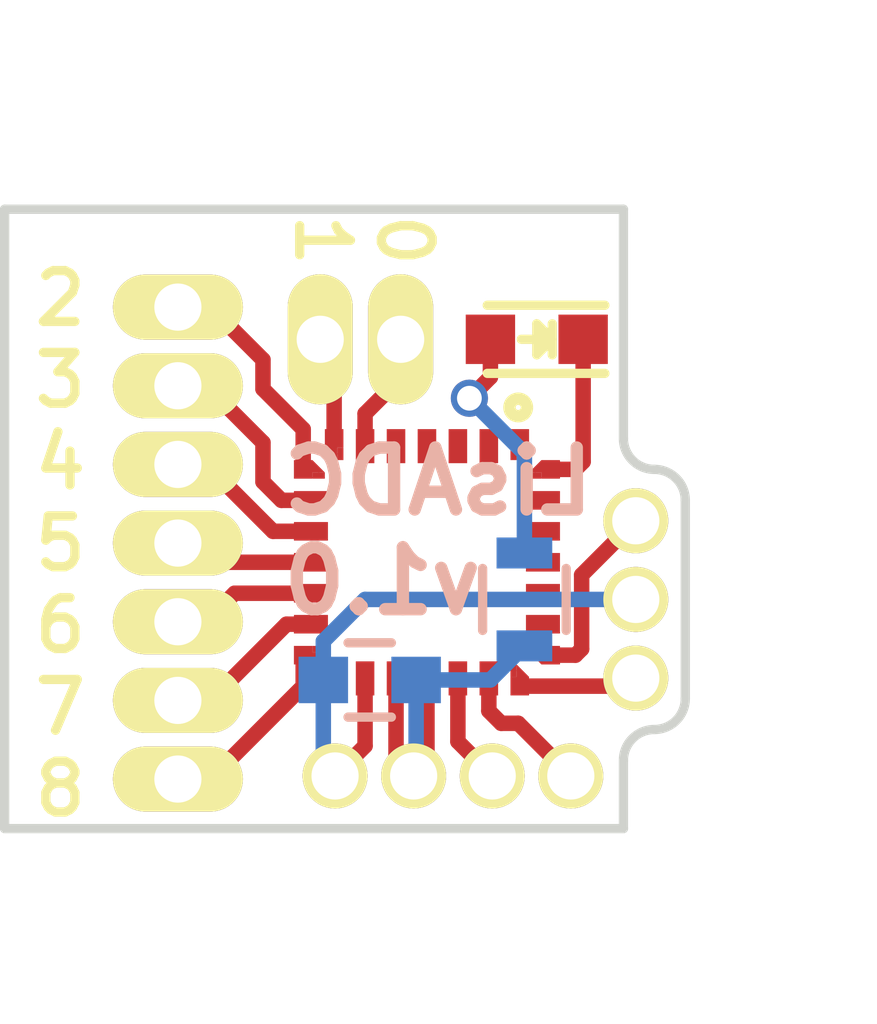
<source format=kicad_pcb>
(kicad_pcb (version 4) (host pcbnew 4.0.1-3.201512140935+6195~38~ubuntu14.04.1-stable)

  (general
    (links 38)
    (no_connects 0)
    (area 107.924999 54.952379 125.575 75.332143)
    (thickness 0.8)
    (drawings 16)
    (tracks 93)
    (zones 0)
    (modules 9)
    (nets 29)
  )

  (page A4)
  (layers
    (0 F.Cu signal)
    (31 B.Cu signal)
    (32 B.Adhes user)
    (33 F.Adhes user)
    (34 B.Paste user)
    (35 F.Paste user)
    (36 B.SilkS user)
    (37 F.SilkS user)
    (38 B.Mask user)
    (39 F.Mask user)
    (40 Dwgs.User user)
    (41 Cmts.User user)
    (42 Eco1.User user)
    (43 Eco2.User user)
    (44 Edge.Cuts user)
    (45 Margin user)
    (46 B.CrtYd user)
    (47 F.CrtYd user)
    (48 B.Fab user)
    (49 F.Fab user)
  )

  (setup
    (last_trace_width 0.25)
    (trace_clearance 0.2)
    (zone_clearance 0.508)
    (zone_45_only no)
    (trace_min 0.01)
    (segment_width 0.2)
    (edge_width 0.15)
    (via_size 0.6)
    (via_drill 0.4)
    (via_min_size 0.4)
    (via_min_drill 0.3)
    (uvia_size 0.3)
    (uvia_drill 0.1)
    (uvias_allowed no)
    (uvia_min_size 0.2)
    (uvia_min_drill 0.1)
    (pcb_text_width 0.3)
    (pcb_text_size 1.5 1.5)
    (mod_edge_width 0.15)
    (mod_text_size 1 1)
    (mod_text_width 0.15)
    (pad_size 1.524 1.524)
    (pad_drill 0.762)
    (pad_to_mask_clearance 0.2)
    (aux_axis_origin 0 0)
    (grid_origin 108 62)
    (visible_elements FFFEFF7F)
    (pcbplotparams
      (layerselection 0x00030_80000001)
      (usegerberextensions false)
      (excludeedgelayer true)
      (linewidth 0.100000)
      (plotframeref false)
      (viasonmask false)
      (mode 1)
      (useauxorigin false)
      (hpglpennumber 1)
      (hpglpenspeed 20)
      (hpglpendiameter 15)
      (hpglpenoverlay 2)
      (psnegative false)
      (psa4output false)
      (plotreference true)
      (plotvalue true)
      (plotinvisibletext false)
      (padsonsilk false)
      (subtractmaskfromsilk false)
      (outputformat 1)
      (mirror false)
      (drillshape 1)
      (scaleselection 1)
      (outputdirectory ""))
  )

  (net 0 "")
  (net 1 VCC)
  (net 2 GND)
  (net 3 /ADC5)
  (net 4 /ADC4)
  (net 5 /ADC6)
  (net 6 /ADC1)
  (net 7 /ADC3)
  (net 8 /ADC7)
  (net 9 /ACD0)
  (net 10 /ADC2)
  (net 11 /ADC8)
  (net 12 /SWDCLK)
  (net 13 /SWDIO)
  (net 14 /UART_RX)
  (net 15 /UART_TX)
  (net 16 "Net-(U1-Pad2)")
  (net 17 "Net-(U1-Pad3)")
  (net 18 "Net-(U1-Pad4)")
  (net 19 "Net-(U1-Pad5)")
  (net 20 "Net-(U1-Pad1)")
  (net 21 "Net-(U1-Pad15)")
  (net 22 "Net-(U1-Pad23)")
  (net 23 "Net-(U1-Pad24)")
  (net 24 "Net-(U1-Pad25)")
  (net 25 "Net-(U1-Pad26)")
  (net 26 "Net-(U1-Pad27)")
  (net 27 "Net-(D1-Pad2)")
  (net 28 "Net-(D1-Pad1)")

  (net_class Default "This is the default net class."
    (clearance 0.2)
    (trace_width 0.25)
    (via_dia 0.6)
    (via_drill 0.4)
    (uvia_dia 0.3)
    (uvia_drill 0.1)
    (add_net /ACD0)
    (add_net /ADC1)
    (add_net /ADC2)
    (add_net /ADC3)
    (add_net /ADC4)
    (add_net /ADC5)
    (add_net /ADC6)
    (add_net /ADC7)
    (add_net /ADC8)
    (add_net /SWDCLK)
    (add_net /SWDIO)
    (add_net /UART_RX)
    (add_net /UART_TX)
    (add_net GND)
    (add_net "Net-(D1-Pad1)")
    (add_net "Net-(D1-Pad2)")
    (add_net "Net-(U1-Pad1)")
    (add_net "Net-(U1-Pad15)")
    (add_net "Net-(U1-Pad2)")
    (add_net "Net-(U1-Pad23)")
    (add_net "Net-(U1-Pad24)")
    (add_net "Net-(U1-Pad25)")
    (add_net "Net-(U1-Pad26)")
    (add_net "Net-(U1-Pad27)")
    (add_net "Net-(U1-Pad3)")
    (add_net "Net-(U1-Pad4)")
    (add_net "Net-(U1-Pad5)")
    (add_net VCC)
  )

  (module Capacitors_SMD:C_0603 (layer B.Cu) (tedit 5670366B) (tstamp 56702E70)
    (at 113.9 69.6 180)
    (descr "Capacitor SMD 0603, reflow soldering, AVX (see smccp.pdf)")
    (tags "capacitor 0603")
    (path /56702D0C)
    (attr smd)
    (fp_text reference C1 (at 0 1.9 180) (layer B.SilkS) hide
      (effects (font (size 1 1) (thickness 0.15)) (justify mirror))
    )
    (fp_text value 0.1u (at 0 -1.9 180) (layer B.Fab)
      (effects (font (size 1 1) (thickness 0.15)) (justify mirror))
    )
    (fp_line (start -1.45 0.75) (end 1.45 0.75) (layer B.CrtYd) (width 0.05))
    (fp_line (start -1.45 -0.75) (end 1.45 -0.75) (layer B.CrtYd) (width 0.05))
    (fp_line (start -1.45 0.75) (end -1.45 -0.75) (layer B.CrtYd) (width 0.05))
    (fp_line (start 1.45 0.75) (end 1.45 -0.75) (layer B.CrtYd) (width 0.05))
    (fp_line (start -0.35 0.6) (end 0.35 0.6) (layer B.SilkS) (width 0.15))
    (fp_line (start 0.35 -0.6) (end -0.35 -0.6) (layer B.SilkS) (width 0.15))
    (pad 1 smd rect (at -0.75 0 180) (size 0.8 0.75) (layers B.Cu B.Paste B.Mask)
      (net 1 VCC))
    (pad 2 smd rect (at 0.75 0 180) (size 0.8 0.75) (layers B.Cu B.Paste B.Mask)
      (net 2 GND))
    (model Capacitors_SMD.3dshapes/C_0603.wrl
      (at (xyz 0 0 0))
      (scale (xyz 1 1 1))
      (rotate (xyz 0 0 0))
    )
  )

  (module LisADC_footprints:4x1_1.27mm (layer F.Cu) (tedit 56703607) (tstamp 56702EAC)
    (at 117.15 71.15)
    (path /567013F9)
    (fp_text reference P11 (at 0.05 2.85) (layer F.SilkS) hide
      (effects (font (size 1 1) (thickness 0.15)))
    )
    (fp_text value CONN_01X04 (at 0 2.54) (layer F.Fab)
      (effects (font (size 1 1) (thickness 0.15)))
    )
    (pad 1 thru_hole circle (at 0 0) (size 1.05 1.05) (drill 0.762) (layers *.Cu *.Mask F.SilkS)
      (net 14 /UART_RX))
    (pad 2 thru_hole circle (at -1.27 0) (size 1.05 1.05) (drill 0.762) (layers *.Cu *.Mask F.SilkS)
      (net 15 /UART_TX))
    (pad 3 thru_hole circle (at -2.54 0) (size 1.05 1.05) (drill 0.762) (layers *.Cu *.Mask F.SilkS)
      (net 1 VCC))
    (pad 4 thru_hole circle (at -3.81 0) (size 1.05 1.05) (drill 0.762) (layers *.Cu *.Mask F.SilkS)
      (net 2 GND))
  )

  (module LisADC_footprints:UFQFPN28 (layer F.Cu) (tedit 5670360A) (tstamp 56703276)
    (at 114.825 67.7 270)
    (path /566FF30B)
    (fp_text reference U1 (at 0 -3.975 270) (layer F.SilkS) hide
      (effects (font (size 1 1) (thickness 0.15)))
    )
    (fp_text value STM32F042x-28pin (at 0 -5.625 270) (layer F.Fab)
      (effects (font (size 1 1) (thickness 0.15)))
    )
    (pad 2 smd rect (at -1.875 -1 270) (size 0.55 0.3) (layers F.Cu F.Paste F.Mask)
      (net 16 "Net-(U1-Pad2)"))
    (pad 3 smd rect (at -1.875 -0.5 270) (size 0.55 0.3) (layers F.Cu F.Paste F.Mask)
      (net 17 "Net-(U1-Pad3)"))
    (pad 4 smd rect (at -1.875 0 270) (size 0.55 0.3) (layers F.Cu F.Paste F.Mask)
      (net 18 "Net-(U1-Pad4)"))
    (pad 5 smd rect (at -1.875 0.5 270) (size 0.55 0.3) (layers F.Cu F.Paste F.Mask)
      (net 19 "Net-(U1-Pad5)"))
    (pad 6 smd rect (at -1.875 1 270) (size 0.55 0.3) (layers F.Cu F.Paste F.Mask)
      (net 9 /ACD0))
    (pad 7 smd rect (at -2 1.5) (size 0.3 0.3) (layers F.Cu F.Paste F.Mask)
      (net 6 /ADC1))
    (pad 7 smd trapezoid (at -1.85 1.55 180) (size 0.2 0.2) (rect_delta 0.19999 0 ) (layers F.Cu F.Paste F.Mask)
      (net 6 /ADC1) (solder_mask_margin 0.1))
    (pad 7 smd rect (at -1.75 1.4 270) (size 0.2 0.1) (layers F.Cu F.Paste F.Mask)
      (net 6 /ADC1))
    (pad 14 smd rect (at 1.5 2 90) (size 0.3 0.3) (layers F.Cu F.Paste F.Mask)
      (net 11 /ADC8))
    (pad 14 smd rect (at 1.4 1.75) (size 0.2 0.1) (layers F.Cu F.Paste F.Mask)
      (net 11 /ADC8))
    (pad 14 smd trapezoid (at 1.55 1.85 270) (size 0.2 0.2) (rect_delta 0.19999 0 ) (layers F.Cu F.Paste F.Mask)
      (net 11 /ADC8) (solder_mask_margin 0.1))
    (pad 8 smd rect (at -1.4 1.75) (size 0.2 0.1) (layers F.Cu F.Paste F.Mask)
      (net 10 /ADC2))
    (pad 8 smd trapezoid (at -1.55 1.85 90) (size 0.2 0.2) (rect_delta 0.19999 0 ) (layers F.Cu F.Paste F.Mask)
      (net 10 /ADC2) (solder_mask_margin 0.1))
    (pad 8 smd rect (at -1.5 2 90) (size 0.3 0.3) (layers F.Cu F.Paste F.Mask)
      (net 10 /ADC2))
    (pad 9 smd rect (at -1 1.875) (size 0.55 0.3) (layers F.Cu F.Paste F.Mask)
      (net 7 /ADC3))
    (pad 10 smd rect (at -0.5 1.875) (size 0.55 0.3) (layers F.Cu F.Paste F.Mask)
      (net 4 /ADC4))
    (pad 11 smd rect (at 0 1.875) (size 0.55 0.3) (layers F.Cu F.Paste F.Mask)
      (net 3 /ADC5))
    (pad 12 smd rect (at 0.5 1.875) (size 0.55 0.3) (layers F.Cu F.Paste F.Mask)
      (net 5 /ADC6))
    (pad 13 smd rect (at 1 1.875) (size 0.55 0.3) (layers F.Cu F.Paste F.Mask)
      (net 8 /ADC7))
    (pad 1 smd trapezoid (at -1.85 -1.55) (size 0.2 0.2) (rect_delta 0.19999 0 ) (layers F.Cu F.Paste F.Mask)
      (net 20 "Net-(U1-Pad1)") (solder_mask_margin 0.1))
    (pad 1 smd rect (at -2 -1.5) (size 0.3 0.3) (layers F.Cu F.Paste F.Mask)
      (net 20 "Net-(U1-Pad1)"))
    (pad 1 smd rect (at -1.75 -1.4 270) (size 0.2 0.1) (layers F.Cu F.Paste F.Mask)
      (net 20 "Net-(U1-Pad1)"))
    (pad 21 smd rect (at 2 -1.5 180) (size 0.3 0.3) (layers F.Cu F.Paste F.Mask)
      (net 13 /SWDIO))
    (pad 21 smd trapezoid (at 1.85 -1.55) (size 0.2 0.2) (rect_delta 0.19999 0 ) (layers F.Cu F.Paste F.Mask)
      (net 13 /SWDIO) (solder_mask_margin 0.1))
    (pad 21 smd rect (at 1.75 -1.4 90) (size 0.2 0.1) (layers F.Cu F.Paste F.Mask)
      (net 13 /SWDIO))
    (pad 15 smd trapezoid (at 1.85 1.55 180) (size 0.2 0.2) (rect_delta 0.19999 0 ) (layers F.Cu F.Paste F.Mask)
      (net 21 "Net-(U1-Pad15)") (solder_mask_margin 0.1))
    (pad 15 smd rect (at 1.75 1.4 90) (size 0.2 0.1) (layers F.Cu F.Paste F.Mask)
      (net 21 "Net-(U1-Pad15)"))
    (pad 15 smd rect (at 2 1.5 180) (size 0.3 0.3) (layers F.Cu F.Paste F.Mask)
      (net 21 "Net-(U1-Pad15)"))
    (pad 28 smd rect (at -1.4 -1.75 180) (size 0.2 0.1) (layers F.Cu F.Paste F.Mask)
      (net 28 "Net-(D1-Pad1)"))
    (pad 28 smd trapezoid (at -1.55 -1.85 90) (size 0.2 0.2) (rect_delta 0.19999 0 ) (layers F.Cu F.Paste F.Mask)
      (net 28 "Net-(D1-Pad1)") (solder_mask_margin 0.1))
    (pad 28 smd rect (at -1.5 -2 270) (size 0.3 0.3) (layers F.Cu F.Paste F.Mask)
      (net 28 "Net-(D1-Pad1)"))
    (pad 22 smd rect (at 1.5 -2 270) (size 0.3 0.3) (layers F.Cu F.Paste F.Mask)
      (net 12 /SWDCLK))
    (pad 22 smd rect (at 1.4 -1.75 180) (size 0.2 0.1) (layers F.Cu F.Paste F.Mask)
      (net 12 /SWDCLK))
    (pad 22 smd trapezoid (at 1.55 -1.85 270) (size 0.2 0.2) (rect_delta 0.19999 0 ) (layers F.Cu F.Paste F.Mask)
      (net 12 /SWDCLK) (solder_mask_margin 0.1))
    (pad 16 smd rect (at 1.875 1 90) (size 0.55 0.3) (layers F.Cu F.Paste F.Mask)
      (net 2 GND))
    (pad 17 smd rect (at 1.875 0.5 90) (size 0.55 0.3) (layers F.Cu F.Paste F.Mask)
      (net 1 VCC))
    (pad 18 smd rect (at 1.875 0 90) (size 0.55 0.3) (layers F.Cu F.Paste F.Mask)
      (net 1 VCC))
    (pad 19 smd rect (at 1.875 -0.5 90) (size 0.55 0.3) (layers F.Cu F.Paste F.Mask)
      (net 15 /UART_TX))
    (pad 20 smd rect (at 1.875 -1 90) (size 0.55 0.3) (layers F.Cu F.Paste F.Mask)
      (net 14 /UART_RX))
    (pad 23 smd rect (at 1 -1.875 180) (size 0.55 0.3) (layers F.Cu F.Paste F.Mask)
      (net 22 "Net-(U1-Pad23)"))
    (pad 24 smd rect (at 0.5 -1.875 180) (size 0.55 0.3) (layers F.Cu F.Paste F.Mask)
      (net 23 "Net-(U1-Pad24)"))
    (pad 25 smd rect (at 0 -1.875 180) (size 0.55 0.3) (layers F.Cu F.Paste F.Mask)
      (net 24 "Net-(U1-Pad25)"))
    (pad 26 smd rect (at -0.5 -1.875 180) (size 0.55 0.3) (layers F.Cu F.Paste F.Mask)
      (net 25 "Net-(U1-Pad26)"))
    (pad 27 smd rect (at -1 -1.875 180) (size 0.55 0.3) (layers F.Cu F.Paste F.Mask)
      (net 26 "Net-(U1-Pad27)"))
    (model Housings_DFN_QFN.3dshapes/QFN-28-1EP_4x4mm_Pitch0.4mm.wrl
      (at (xyz 0 0 0))
      (scale (xyz 1 1 1))
      (rotate (xyz 0 0 0))
    )
  )

  (module LisADC_footprints:7x1_1.27mm (layer F.Cu) (tedit 5670360D) (tstamp 567038C4)
    (at 110.8 63.58 90)
    (path /56705806)
    (fp_text reference P1 (at 0 6.35 90) (layer F.SilkS) hide
      (effects (font (size 1 1) (thickness 0.15)))
    )
    (fp_text value CONN_01X07 (at 0 2.54 90) (layer F.Fab)
      (effects (font (size 1 1) (thickness 0.15)))
    )
    (pad 1 thru_hole oval (at 0 0 90) (size 1.05 2.1) (drill 0.762) (layers *.Cu *.Mask F.SilkS)
      (net 10 /ADC2))
    (pad 2 thru_hole oval (at -1.27 0 90) (size 1.05 2.1) (drill 0.762) (layers *.Cu *.Mask F.SilkS)
      (net 7 /ADC3))
    (pad 3 thru_hole oval (at -2.54 0 90) (size 1.05 2.1) (drill 0.762) (layers *.Cu *.Mask F.SilkS)
      (net 4 /ADC4))
    (pad 4 thru_hole oval (at -3.81 0 90) (size 1.05 2.1) (drill 0.762) (layers *.Cu *.Mask F.SilkS)
      (net 3 /ADC5))
    (pad 5 thru_hole oval (at -5.08 0 90) (size 1.05 2.1) (drill 0.762) (layers *.Cu *.Mask F.SilkS)
      (net 5 /ADC6))
    (pad 6 thru_hole oval (at -6.35 0 90) (size 1.05 2.1) (drill 0.762) (layers *.Cu *.Mask F.SilkS)
      (net 8 /ADC7))
    (pad 7 thru_hole oval (at -7.62 0 90) (size 1.05 2.1) (drill 0.762) (layers *.Cu *.Mask F.SilkS)
      (net 11 /ADC8))
  )

  (module LisADC_footprints:3x1_1.27mm (layer F.Cu) (tedit 567036F2) (tstamp 56703955)
    (at 118.25 68.305 90)
    (path /56703E82)
    (fp_text reference P10 (at 0 6.35 90) (layer F.SilkS) hide
      (effects (font (size 1 1) (thickness 0.15)))
    )
    (fp_text value CONN_01X03 (at 0 2.54 90) (layer F.Fab)
      (effects (font (size 1 1) (thickness 0.15)))
    )
    (pad 1 thru_hole circle (at 1.275 -0.05 90) (size 1.05 1.05) (drill 0.762) (layers *.Cu *.Mask F.SilkS)
      (net 12 /SWDCLK))
    (pad 2 thru_hole circle (at 0.005 -0.05 90) (size 1.05 1.05) (drill 0.762) (layers *.Cu *.Mask F.SilkS)
      (net 2 GND))
    (pad 3 thru_hole circle (at -1.265 -0.05 90) (size 1.05 1.05) (drill 0.762) (layers *.Cu *.Mask F.SilkS)
      (net 13 /SWDIO))
  )

  (module LisADC_footprints:1x1_1.27mm (layer F.Cu) (tedit 56703983) (tstamp 56703AF1)
    (at 113.1 64.1)
    (path /56702FFA)
    (fp_text reference P4 (at 0 6.35) (layer F.SilkS) hide
      (effects (font (size 1 1) (thickness 0.15)))
    )
    (fp_text value CONN_01X01 (at 0 2.54) (layer F.Fab)
      (effects (font (size 1 1) (thickness 0.15)))
    )
    (pad 1 thru_hole oval (at 0 0) (size 1.05 2.1) (drill 0.762) (layers *.Cu *.Mask F.SilkS)
      (net 6 /ADC1))
  )

  (module LisADC_footprints:1x1_1.27mm (layer F.Cu) (tedit 56703981) (tstamp 56703AF6)
    (at 114.4 64.1)
    (path /56702E9C)
    (fp_text reference P7 (at 0 6.35) (layer F.SilkS) hide
      (effects (font (size 1 1) (thickness 0.15)))
    )
    (fp_text value CONN_01X01 (at 0 2.54) (layer F.Fab)
      (effects (font (size 1 1) (thickness 0.15)))
    )
    (pad 1 thru_hole oval (at 0 0) (size 1.05 2.1) (drill 0.762) (layers *.Cu *.Mask F.SilkS)
      (net 9 /ACD0))
  )

  (module LEDs:LED-0603 (layer F.Cu) (tedit 56703C68) (tstamp 56703BFE)
    (at 116.6 64.1 180)
    (descr "LED 0603 smd package")
    (tags "LED led 0603 SMD smd SMT smt smdled SMDLED smtled SMTLED")
    (path /5670605E)
    (attr smd)
    (fp_text reference D1 (at 0 -1.5 180) (layer F.SilkS) hide
      (effects (font (size 1 1) (thickness 0.15)))
    )
    (fp_text value LED (at 0 1.5 180) (layer F.Fab)
      (effects (font (size 1 1) (thickness 0.15)))
    )
    (fp_line (start -1.1 0.55) (end 0.8 0.55) (layer F.SilkS) (width 0.15))
    (fp_line (start -1.1 -0.55) (end 0.8 -0.55) (layer F.SilkS) (width 0.15))
    (fp_line (start -0.2 0) (end 0.25 0) (layer F.SilkS) (width 0.15))
    (fp_line (start -0.25 -0.25) (end -0.25 0.25) (layer F.SilkS) (width 0.15))
    (fp_line (start -0.25 0) (end 0 -0.25) (layer F.SilkS) (width 0.15))
    (fp_line (start 0 -0.25) (end 0 0.25) (layer F.SilkS) (width 0.15))
    (fp_line (start 0 0.25) (end -0.25 0) (layer F.SilkS) (width 0.15))
    (fp_line (start 1.4 -0.75) (end 1.4 0.75) (layer F.CrtYd) (width 0.05))
    (fp_line (start 1.4 0.75) (end -1.4 0.75) (layer F.CrtYd) (width 0.05))
    (fp_line (start -1.4 0.75) (end -1.4 -0.75) (layer F.CrtYd) (width 0.05))
    (fp_line (start -1.4 -0.75) (end 1.4 -0.75) (layer F.CrtYd) (width 0.05))
    (pad 2 smd rect (at 0.7493 0) (size 0.79756 0.79756) (layers F.Cu F.Paste F.Mask)
      (net 27 "Net-(D1-Pad2)"))
    (pad 1 smd rect (at -0.7493 0) (size 0.79756 0.79756) (layers F.Cu F.Paste F.Mask)
      (net 28 "Net-(D1-Pad1)"))
  )

  (module Resistors_SMD:R_0603 (layer B.Cu) (tedit 56703C6D) (tstamp 56703C95)
    (at 116.4 68.3 270)
    (descr "Resistor SMD 0603, reflow soldering, Vishay (see dcrcw.pdf)")
    (tags "resistor 0603")
    (path /56706631)
    (attr smd)
    (fp_text reference R1 (at 0 1.9 270) (layer B.SilkS) hide
      (effects (font (size 1 1) (thickness 0.15)) (justify mirror))
    )
    (fp_text value 330R (at 0 -1.9 270) (layer B.Fab)
      (effects (font (size 1 1) (thickness 0.15)) (justify mirror))
    )
    (fp_line (start -1.3 0.8) (end 1.3 0.8) (layer B.CrtYd) (width 0.05))
    (fp_line (start -1.3 -0.8) (end 1.3 -0.8) (layer B.CrtYd) (width 0.05))
    (fp_line (start -1.3 0.8) (end -1.3 -0.8) (layer B.CrtYd) (width 0.05))
    (fp_line (start 1.3 0.8) (end 1.3 -0.8) (layer B.CrtYd) (width 0.05))
    (fp_line (start 0.5 -0.675) (end -0.5 -0.675) (layer B.SilkS) (width 0.15))
    (fp_line (start -0.5 0.675) (end 0.5 0.675) (layer B.SilkS) (width 0.15))
    (pad 1 smd rect (at -0.75 0 270) (size 0.5 0.9) (layers B.Cu B.Paste B.Mask)
      (net 27 "Net-(D1-Pad2)"))
    (pad 2 smd rect (at 0.75 0 270) (size 0.5 0.9) (layers B.Cu B.Paste B.Mask)
      (net 1 VCC))
    (model Resistors_SMD.3dshapes/R_0603.wrl
      (at (xyz 0 0 0))
      (scale (xyz 1 1 1))
      (rotate (xyz 0 0 0))
    )
  )

  (gr_text "0\n1" (at 113.8 62.5 270) (layer F.SilkS) (tstamp 56703CBE)
    (effects (font (size 0.82 0.82) (thickness 0.15)))
  )
  (gr_line (start 119 66.7) (end 119 69.9) (layer Edge.Cuts) (width 0.15))
  (gr_arc (start 118.5 66.7) (end 118.5 66.2) (angle 90) (layer Edge.Cuts) (width 0.15) (tstamp 56703B44))
  (gr_arc (start 118.5 69.9) (end 119 69.9) (angle 90) (layer Edge.Cuts) (width 0.15) (tstamp 56703B41))
  (gr_arc (start 118.5 70.9) (end 118 70.9) (angle 90) (layer Edge.Cuts) (width 0.15) (tstamp 56703B3C))
  (gr_arc (start 118.5 65.7) (end 118.5 66.2) (angle 90) (layer Edge.Cuts) (width 0.15))
  (gr_line (start 118 62) (end 118 65.7) (layer Edge.Cuts) (width 0.15))
  (gr_circle (center 116.3 65.2) (end 116.2 65.1) (layer F.SilkS) (width 0.2))
  (gr_text "LisADC\nv1.0" (at 112.4 67.2) (layer B.SilkS)
    (effects (font (size 1 1) (thickness 0.2)) (justify right mirror))
  )
  (gr_text "2\n3\n4\n5\n6\n7\n8" (at 108.9 67.4) (layer F.SilkS)
    (effects (font (size 0.82 0.82) (thickness 0.15)))
  )
  (gr_line (start 117.6 71.6) (end 116.6 71.6) (layer Eco1.User) (width 0.2))
  (gr_line (start 117.6 71.6) (end 117.6 70.5) (layer Eco1.User) (width 0.2))
  (gr_line (start 118 70.9) (end 118 72) (layer Edge.Cuts) (width 0.15))
  (gr_line (start 108 72) (end 108 62) (layer Edge.Cuts) (width 0.15))
  (gr_line (start 118 72) (end 108 72) (layer Edge.Cuts) (width 0.15))
  (gr_line (start 108 62) (end 118 62) (layer Edge.Cuts) (width 0.15))

  (segment (start 114.65 69.6) (end 115.85 69.6) (width 0.25) (layer B.Cu) (net 1))
  (segment (start 115.85 69.6) (end 116.4 69.05) (width 0.25) (layer B.Cu) (net 1))
  (segment (start 114.825 69.575) (end 114.825 70.935) (width 0.25) (layer F.Cu) (net 1))
  (segment (start 114.825 70.935) (end 114.61 71.15) (width 0.25) (layer F.Cu) (net 1))
  (segment (start 114.325 69.575) (end 114.325 70.865) (width 0.25) (layer F.Cu) (net 1))
  (segment (start 114.325 70.865) (end 114.61 71.15) (width 0.25) (layer F.Cu) (net 1))
  (segment (start 114.65 69.6) (end 114.65 71.11) (width 0.25) (layer B.Cu) (net 1))
  (segment (start 114.65 71.11) (end 114.61 71.15) (width 0.25) (layer B.Cu) (net 1))
  (segment (start 118.2 68.3) (end 113.825 68.3) (width 0.25) (layer B.Cu) (net 2))
  (segment (start 113.825 68.3) (end 113.15 68.975) (width 0.25) (layer B.Cu) (net 2))
  (segment (start 113.15 68.975) (end 113.15 69.6) (width 0.25) (layer B.Cu) (net 2))
  (segment (start 113.825 69.575) (end 113.825 70.665) (width 0.25) (layer F.Cu) (net 2))
  (segment (start 113.825 70.665) (end 113.34 71.15) (width 0.25) (layer F.Cu) (net 2))
  (segment (start 113.15 69.6) (end 113.15 70.96) (width 0.25) (layer B.Cu) (net 2))
  (segment (start 113.15 70.96) (end 113.34 71.15) (width 0.25) (layer B.Cu) (net 2))
  (segment (start 112.95 67.7) (end 111.11 67.7) (width 0.25) (layer F.Cu) (net 3))
  (segment (start 111.11 67.7) (end 110.8 67.39) (width 0.25) (layer F.Cu) (net 3))
  (segment (start 111.257095 66.12) (end 110.8 66.12) (width 0.25) (layer F.Cu) (net 4))
  (segment (start 112.95 67.2) (end 112.337095 67.2) (width 0.25) (layer F.Cu) (net 4))
  (segment (start 112.337095 67.2) (end 111.257095 66.12) (width 0.25) (layer F.Cu) (net 4))
  (segment (start 112.95 68.2) (end 111.717095 68.2) (width 0.25) (layer F.Cu) (net 5))
  (segment (start 111.717095 68.2) (end 111.257095 68.66) (width 0.25) (layer F.Cu) (net 5))
  (segment (start 111.257095 68.66) (end 110.8 68.66) (width 0.25) (layer F.Cu) (net 5))
  (segment (start 113.275 65.85) (end 113.275 65.86) (width 0.01) (layer F.Cu) (net 6))
  (segment (start 113.275 65.86) (end 113.365 65.95) (width 0.01) (layer F.Cu) (net 6))
  (segment (start 113.365 65.95) (end 113.425 65.95) (width 0.01) (layer F.Cu) (net 6))
  (segment (start 113.325 65.7) (end 113.325 65.8) (width 0.01) (layer F.Cu) (net 6))
  (segment (start 113.325 65.8) (end 113.275 65.85) (width 0.01) (layer F.Cu) (net 6))
  (segment (start 113.325 65.7) (end 113.325 64.325) (width 0.25) (layer F.Cu) (net 6))
  (segment (start 113.325 64.325) (end 113.1 64.1) (width 0.25) (layer F.Cu) (net 6))
  (segment (start 112.17501 66.401505) (end 112.17501 65.767915) (width 0.25) (layer F.Cu) (net 7))
  (segment (start 112.473505 66.7) (end 112.17501 66.401505) (width 0.25) (layer F.Cu) (net 7))
  (segment (start 112.95 66.7) (end 112.473505 66.7) (width 0.25) (layer F.Cu) (net 7))
  (segment (start 112.17501 65.767915) (end 111.257095 64.85) (width 0.25) (layer F.Cu) (net 7))
  (segment (start 111.257095 64.85) (end 110.8 64.85) (width 0.25) (layer F.Cu) (net 7))
  (segment (start 112.95 68.7) (end 112.555 68.7) (width 0.25) (layer F.Cu) (net 8))
  (segment (start 112.555 68.7) (end 111.325 69.93) (width 0.25) (layer F.Cu) (net 8))
  (segment (start 111.325 69.93) (end 110.8 69.93) (width 0.25) (layer F.Cu) (net 8))
  (segment (start 113.825 65.825) (end 113.825 65.3) (width 0.25) (layer F.Cu) (net 9))
  (segment (start 113.825 65.3) (end 114.4 64.725) (width 0.25) (layer F.Cu) (net 9))
  (segment (start 114.4 64.725) (end 114.4 64.1) (width 0.25) (layer F.Cu) (net 9))
  (segment (start 112.825 66.2) (end 112.925 66.2) (width 0.01) (layer F.Cu) (net 10))
  (segment (start 112.925 66.2) (end 112.975 66.15) (width 0.01) (layer F.Cu) (net 10))
  (segment (start 113.075 66.3) (end 113.075 66.24) (width 0.01) (layer F.Cu) (net 10))
  (segment (start 113.075 66.24) (end 112.985 66.15) (width 0.01) (layer F.Cu) (net 10))
  (segment (start 112.985 66.15) (end 112.975 66.15) (width 0.01) (layer F.Cu) (net 10))
  (segment (start 112.825 66.2) (end 112.825 65.552095) (width 0.25) (layer F.Cu) (net 10))
  (segment (start 112.17501 64.43001) (end 111.325 63.58) (width 0.25) (layer F.Cu) (net 10))
  (segment (start 112.825 65.552095) (end 112.17501 64.902105) (width 0.25) (layer F.Cu) (net 10))
  (segment (start 112.17501 64.902105) (end 112.17501 64.43001) (width 0.25) (layer F.Cu) (net 10))
  (segment (start 111.325 63.58) (end 110.8 63.58) (width 0.25) (layer F.Cu) (net 10))
  (segment (start 113.075 69.1) (end 113.075 69.16) (width 0.01) (layer F.Cu) (net 11))
  (segment (start 113.075 69.16) (end 112.985 69.25) (width 0.01) (layer F.Cu) (net 11))
  (segment (start 112.985 69.25) (end 112.975 69.25) (width 0.01) (layer F.Cu) (net 11))
  (segment (start 112.825 69.2) (end 112.825 69.7) (width 0.25) (layer F.Cu) (net 11))
  (segment (start 112.825 69.7) (end 111.325 71.2) (width 0.25) (layer F.Cu) (net 11))
  (segment (start 111.325 71.2) (end 110.8 71.2) (width 0.25) (layer F.Cu) (net 11))
  (segment (start 116.575 69.1) (end 116.575 69.16) (width 0.01) (layer F.Cu) (net 12))
  (segment (start 116.665 69.25) (end 116.675 69.25) (width 0.01) (layer F.Cu) (net 12))
  (segment (start 116.575 69.16) (end 116.665 69.25) (width 0.01) (layer F.Cu) (net 12))
  (segment (start 118.2 67.03) (end 117.325 67.905) (width 0.25) (layer F.Cu) (net 12))
  (segment (start 117.325 67.905) (end 117.325 69.1) (width 0.25) (layer F.Cu) (net 12))
  (segment (start 117.325 69.1) (end 117.225 69.2) (width 0.25) (layer F.Cu) (net 12))
  (segment (start 117.225 69.2) (end 116.825 69.2) (width 0.25) (layer F.Cu) (net 12))
  (segment (start 116.225 69.45) (end 116.285 69.45) (width 0.01) (layer F.Cu) (net 13))
  (segment (start 116.285 69.45) (end 116.325 69.49) (width 0.01) (layer F.Cu) (net 13))
  (segment (start 116.325 69.49) (end 116.325 69.54) (width 0.01) (layer F.Cu) (net 13))
  (segment (start 116.325 69.54) (end 116.325 69.7) (width 0.01) (layer F.Cu) (net 13))
  (segment (start 118.2 69.57) (end 118.07 69.7) (width 0.25) (layer F.Cu) (net 13))
  (segment (start 118.07 69.7) (end 116.325 69.7) (width 0.25) (layer F.Cu) (net 13))
  (segment (start 117.15 71.15) (end 116.299999 70.299999) (width 0.25) (layer F.Cu) (net 14))
  (segment (start 116.299999 70.299999) (end 116.024999 70.299999) (width 0.25) (layer F.Cu) (net 14))
  (segment (start 116.024999 70.299999) (end 115.825 70.1) (width 0.25) (layer F.Cu) (net 14))
  (segment (start 115.825 70.1) (end 115.825 69.575) (width 0.25) (layer F.Cu) (net 14))
  (segment (start 115.88 71.15) (end 115.325 70.595) (width 0.25) (layer F.Cu) (net 15))
  (segment (start 115.325 70.595) (end 115.325 69.575) (width 0.25) (layer F.Cu) (net 15))
  (segment (start 116.325 65.7) (end 116.325 65.86) (width 0.01) (layer F.Cu) (net 20))
  (segment (start 116.325 65.86) (end 116.235 65.95) (width 0.01) (layer F.Cu) (net 20))
  (segment (start 116.235 65.95) (end 116.225 65.95) (width 0.01) (layer F.Cu) (net 20))
  (segment (start 113.425 69.45) (end 113.365 69.45) (width 0.01) (layer F.Cu) (net 21))
  (segment (start 113.365 69.45) (end 113.275 69.54) (width 0.01) (layer F.Cu) (net 21))
  (segment (start 113.275 69.54) (end 113.275 69.55) (width 0.01) (layer F.Cu) (net 21))
  (segment (start 115.510623 65.051268) (end 116.4 65.940645) (width 0.25) (layer B.Cu) (net 27))
  (segment (start 116.4 65.940645) (end 116.4 67.55) (width 0.25) (layer B.Cu) (net 27))
  (segment (start 115.8507 64.1) (end 115.8507 64.711191) (width 0.25) (layer F.Cu) (net 27))
  (segment (start 115.8507 64.711191) (end 115.510623 65.051268) (width 0.25) (layer F.Cu) (net 27))
  (via (at 115.510623 65.051268) (size 0.6) (drill 0.4) (layers F.Cu B.Cu) (net 27))
  (segment (start 116.575 66.3) (end 116.575 66.24) (width 0.01) (layer F.Cu) (net 28))
  (segment (start 116.575 66.24) (end 116.665 66.15) (width 0.01) (layer F.Cu) (net 28))
  (segment (start 116.665 66.15) (end 116.675 66.15) (width 0.01) (layer F.Cu) (net 28))
  (segment (start 117.3493 64.1) (end 117.3493 66.0757) (width 0.25) (layer F.Cu) (net 28))
  (segment (start 117.3493 66.0757) (end 117.225 66.2) (width 0.25) (layer F.Cu) (net 28))
  (segment (start 117.225 66.2) (end 116.825 66.2) (width 0.25) (layer F.Cu) (net 28))

)

</source>
